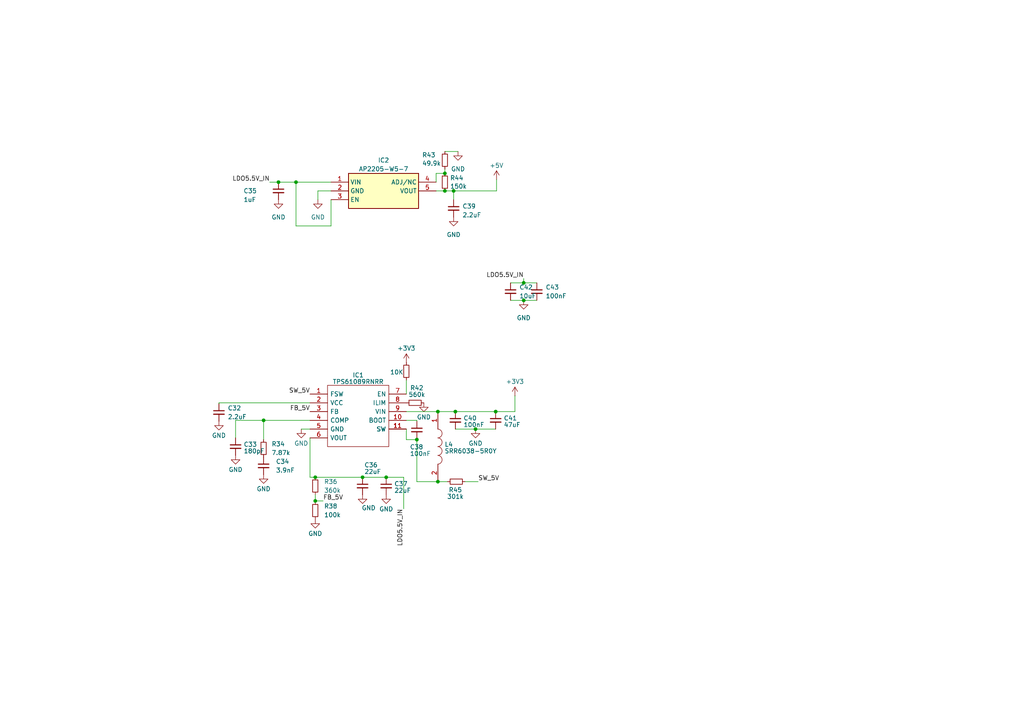
<source format=kicad_sch>
(kicad_sch (version 20250114) (generator "eeschema") (generator_version "9.0")
  (paper "A4")
  (lib_symbols
    (symbol "Device:C_Small" (pin_numbers (hide yes)) (pin_names (offset 0.254) (hide yes))
      (property "Reference" "C" (at 0.254 1.778 0))
      (property "Value" "C_Small" (at 0.254 -2.032 0))
      (symbol "C_Small_0_1"
        (polyline (pts (xy -1.524 0.508) (xy 1.524 0.508)) (stroke (width 0.3048)))
        (polyline (pts (xy -1.524 -0.508) (xy 1.524 -0.508)) (stroke (width 0.3302)))
      )
      (symbol "C_Small_1_1"
        (pin passive line (at 0 2.54 270) (length 2.032) (name "~") (number "1"))
        (pin passive line (at 0 -2.54 90) (length 2.032) (name "~") (number "2"))
      )
    )
    (symbol "Device:R_Small" (pin_numbers (hide yes)) (pin_names (offset 0.254) (hide yes))
      (property "Reference" "R" (at 0.762 0.508 0))
      (property "Value" "R_Small" (at 0.762 -1.016 0))
      (symbol "R_Small_0_1"
        (rectangle (start -0.762 1.778) (end 0.762 -1.778) (stroke (width 0.2032)))
      )
      (symbol "R_Small_1_1"
        (pin passive line (at 0 2.54 270) (length 0.762) (name "~") (number "1"))
        (pin passive line (at 0 -2.54 90) (length 0.762) (name "~") (number "2"))
      )
    )
    (symbol "GND_1" (power) (pin_names (offset 0))
      (property "Value" "GND_1" (at 0 -3.81 0))
      (symbol "GND_1_0_1"
        (polyline (pts (xy 0 0) (xy 0 -1.27) (xy 1.27 -1.27) (xy 0 -2.54) (xy -1.27 -1.27) (xy 0 -1.27)))
      )
      (symbol "GND_1_1_1"
        (pin power_in line (at 0 0 270) (length 0) (hide yes) (name "GND") (number "1"))
      )
    )
    (symbol "GND_2" (power) (pin_names (offset 0))
      (property "Value" "GND_2" (at 0 -3.81 0))
      (symbol "GND_2_0_1"
        (polyline (pts (xy 0 0) (xy 0 -1.27) (xy 1.27 -1.27) (xy 0 -2.54) (xy -1.27 -1.27) (xy 0 -1.27)))
      )
      (symbol "GND_2_1_1"
        (pin power_in line (at 0 0 270) (length 0) (hide yes) (name "GND") (number "1"))
      )
    )
    (symbol "GND_3" (power) (pin_names (offset 0))
      (property "Value" "GND_3" (at 0 -3.81 0))
      (symbol "GND_3_0_1"
        (polyline (pts (xy 0 0) (xy 0 -1.27) (xy 1.27 -1.27) (xy 0 -2.54) (xy -1.27 -1.27) (xy 0 -1.27)))
      )
      (symbol "GND_3_1_1"
        (pin power_in line (at 0 0 270) (length 0) (hide yes) (name "GND") (number "1"))
      )
    )
    (symbol "GND_4" (power) (pin_names (offset 0))
      (property "Value" "GND_4" (at 0 -3.81 0))
      (symbol "GND_4_0_1"
        (polyline (pts (xy 0 0) (xy 0 -1.27) (xy 1.27 -1.27) (xy 0 -2.54) (xy -1.27 -1.27) (xy 0 -1.27)))
      )
      (symbol "GND_4_1_1"
        (pin power_in line (at 0 0 270) (length 0) (hide yes) (name "GND") (number "1"))
      )
    )
    (symbol "GND_6" (power) (pin_names (offset 0))
      (property "Value" "GND_6" (at 0 -3.81 0))
      (symbol "GND_6_0_1"
        (polyline (pts (xy 0 0) (xy 0 -1.27) (xy 1.27 -1.27) (xy 0 -2.54) (xy -1.27 -1.27) (xy 0 -1.27)))
      )
      (symbol "GND_6_1_1"
        (pin power_in line (at 0 0 270) (length 0) (hide yes) (name "GND") (number "1"))
      )
    )
    (symbol "iclr:AP2205-W5-7"
      (property "Reference" "IC" (at 26.67 7.62 0))
      (property "Value" "AP2205-W5-7" (at 26.67 5.08 0))
      (symbol "AP2205-W5-7_1_1"
        (rectangle (start 5.08 2.54) (end 25.4 -7.62) (stroke (width 0.254)) (fill (type background)))
        (pin passive line (at 0 0 0) (length 5.08) (name "VIN") (number "1"))
        (pin passive line (at 0 -2.54 0) (length 5.08) (name "GND") (number "2"))
        (pin passive line (at 0 -5.08 0) (length 5.08) (name "EN") (number "3"))
        (pin passive line (at 30.48 0 180) (length 5.08) (name "ADJ/NC") (number "4"))
        (pin passive line (at 30.48 -2.54 180) (length 5.08) (name "VOUT") (number "5"))
      )
    )
    (symbol "iclr:SRR6038-5R0Y" (pin_names (offset 0.762))
      (property "Reference" "L" (at 16.51 6.35 0))
      (property "Value" "SRR6038-5R0Y" (at 16.51 3.81 0))
      (symbol "SRR6038-5R0Y_0_0"
        (pin passive line (at 0 0 0) (length 5.08) (name "~") (number "1"))
        (pin passive line (at 20.32 0 180) (length 5.08) (name "~") (number "2"))
      )
      (symbol "SRR6038-5R0Y_0_1"
        (arc (start 5.08 0) (mid 6.35 1.2202) (end 7.62 0) (stroke (width 0.1524)))
        (arc (start 7.62 0) (mid 8.89 1.2202) (end 10.16 0) (stroke (width 0.1524)))
        (arc (start 10.16 0) (mid 11.43 1.2202) (end 12.7 0) (stroke (width 0.1524)))
        (arc (start 12.7 0) (mid 13.97 1.2202) (end 15.24 0) (stroke (width 0.1524)))
      )
    )
    (symbol "iclr:TPS61089RNRR" (pin_names (offset 0.762))
      (property "Reference" "IC" (at 24.13 7.62 0))
      (property "Value" "TPS61089RNRR" (at 24.13 5.08 0))
      (symbol "TPS61089RNRR_0_0"
        (pin passive line (at 0 0 0) (length 5.08) (name "FSW") (number "1"))
        (pin passive line (at 0 -2.54 0) (length 5.08) (name "VCC") (number "2"))
        (pin passive line (at 0 -5.08 0) (length 5.08) (name "FB") (number "3"))
        (pin passive line (at 0 -7.62 0) (length 5.08) (name "COMP") (number "4"))
        (pin passive line (at 0 -10.16 0) (length 5.08) (name "GND") (number "5"))
        (pin passive line (at 0 -12.7 0) (length 5.08) (name "VOUT") (number "6"))
        (pin passive line (at 27.94 0 180) (length 5.08) (name "EN") (number "7"))
        (pin passive line (at 27.94 -2.54 180) (length 5.08) (name "ILIM") (number "8"))
        (pin passive line (at 27.94 -5.08 180) (length 5.08) (name "VIN") (number "9"))
        (pin passive line (at 27.94 -7.62 180) (length 5.08) (name "BOOT") (number "10"))
        (pin passive line (at 27.94 -10.16 180) (length 5.08) (name "SW") (number "11"))
        (pin passive line (at 27.94 -10.16 180) (length 5.08) (name "SW") (number "11"))
      )
      (symbol "TPS61089RNRR_0_1"
        (polyline (pts (xy 5.08 2.54) (xy 22.86 2.54) (xy 22.86 -15.24) (xy 5.08 -15.24) (xy 5.08 2.54)) (stroke (width 0.1524)))
      )
    )
    (symbol "power:+3V3" (power) (pin_numbers (hide yes)) (pin_names (offset 0) (hide yes))
      (property "Value" "+3V3" (at 0 3.556 0))
      (symbol "+3V3_0_1"
        (polyline (pts (xy -0.762 1.27) (xy 0 2.54)))
        (polyline (pts (xy 0 2.54) (xy 0.762 1.27)))
        (polyline (pts (xy 0 0) (xy 0 2.54)))
      )
      (symbol "+3V3_1_1"
        (pin power_in line (at 0 0 90) (length 0) (name "~") (number "1"))
      )
    )
    (symbol "power:+5V" (power) (pin_names (offset 0))
      (property "Value" "+5V" (at 0 3.556 0))
      (symbol "+5V_0_1"
        (polyline (pts (xy -0.762 1.27) (xy 0 2.54)))
        (polyline (pts (xy 0 2.54) (xy 0.762 1.27)))
        (polyline (pts (xy 0 0) (xy 0 2.54)))
      )
      (symbol "+5V_1_1"
        (pin power_in line (at 0 0 90) (length 0) (hide yes) (name "+5V") (number "1"))
      )
    )
    (symbol "power:GND" (power) (pin_names (offset 0))
      (property "Value" "GND" (at 0 -3.81 0))
      (symbol "GND_0_1"
        (polyline (pts (xy 0 0) (xy 0 -1.27) (xy 1.27 -1.27) (xy 0 -2.54) (xy -1.27 -1.27) (xy 0 -1.27)))
      )
      (symbol "GND_1_1"
        (pin power_in line (at 0 0 270) (length 0) (hide yes) (name "GND") (number "1"))
      )
    )
  )
  (junction (at 105.156 138.43))
  (junction (at 129.032 55.372))
  (junction (at 120.904 127.508))
  (junction (at 151.892 87.122))
  (junction (at 112.014 138.43))
  (junction (at 151.892 82.042))
  (junction (at 91.44 138.43))
  (junction (at 76.454 121.92))
  (junction (at 129.032 50.292))
  (junction (at 131.572 55.372))
  (junction (at 143.764 119.38))
  (junction (at 85.852 52.832))
  (junction (at 137.922 124.46))
  (junction (at 127 119.38))
  (junction (at 80.772 52.832))
  (junction (at 127 139.7))
  (junction (at 132.08 119.38))
  (junction (at 91.44 145.288))
  (wire (pts (xy 92.202 55.372) (xy 92.202 57.912)))
  (wire (pts (xy 132.08 124.46) (xy 137.922 124.46)))
  (wire (pts (xy 137.922 124.46) (xy 143.764 124.46)))
  (wire (pts (xy 120.904 121.92) (xy 120.904 122.174)))
  (wire (pts (xy 89.916 127) (xy 89.916 138.43)))
  (wire (pts (xy 96.012 65.532) (xy 96.012 57.912)))
  (wire (pts (xy 151.892 80.772) (xy 151.892 82.042)))
  (wire (pts (xy 68.326 121.92) (xy 68.326 127)))
  (wire (pts (xy 117.856 121.92) (xy 120.904 121.92)))
  (wire (pts (xy 91.44 145.288) (xy 93.726 145.288)))
  (wire (pts (xy 134.874 139.7) (xy 138.684 139.7)))
  (wire (pts (xy 149.352 114.808) (xy 149.352 119.38)))
  (wire (pts (xy 117.856 119.38) (xy 127 119.38)))
  (wire (pts (xy 127 139.7) (xy 129.794 139.7)))
  (wire (pts (xy 144.018 52.07) (xy 144.018 55.372)))
  (wire (pts (xy 63.5 116.84) (xy 89.916 116.84)))
  (wire (pts (xy 126.492 50.292) (xy 126.492 52.832)))
  (wire (pts (xy 126.492 50.292) (xy 129.032 50.292)))
  (wire (pts (xy 148.082 87.122) (xy 151.892 87.122)))
  (wire (pts (xy 120.904 127.254) (xy 120.904 127.508)))
  (wire (pts (xy 85.852 65.532) (xy 96.012 65.532)))
  (wire (pts (xy 91.44 143.51) (xy 91.44 145.288)))
  (wire (pts (xy 85.852 52.832) (xy 85.852 65.532)))
  (wire (pts (xy 68.326 121.92) (xy 76.454 121.92)))
  (wire (pts (xy 129.032 43.942) (xy 132.842 43.942)))
  (wire (pts (xy 117.856 110.236) (xy 117.856 114.3)))
  (wire (pts (xy 89.916 138.43) (xy 91.44 138.43)))
  (wire (pts (xy 80.772 52.832) (xy 85.852 52.832)))
  (wire (pts (xy 120.904 139.7) (xy 120.904 127.508)))
  (wire (pts (xy 151.892 82.042) (xy 155.702 82.042)))
  (wire (pts (xy 91.44 138.43) (xy 105.156 138.43)))
  (wire (pts (xy 112.014 138.43) (xy 117.094 138.43)))
  (wire (pts (xy 78.232 52.832) (xy 80.772 52.832)))
  (wire (pts (xy 148.082 82.042) (xy 151.892 82.042)))
  (wire (pts (xy 131.572 55.372) (xy 144.018 55.372)))
  (wire (pts (xy 151.892 87.122) (xy 155.702 87.122)))
  (wire (pts (xy 127 119.38) (xy 132.08 119.38)))
  (wire (pts (xy 117.856 124.46) (xy 117.856 127.508)))
  (wire (pts (xy 91.44 145.288) (xy 91.44 145.542)))
  (wire (pts (xy 132.08 119.38) (xy 143.764 119.38)))
  (wire (pts (xy 129.032 55.372) (xy 126.492 55.372)))
  (wire (pts (xy 117.094 138.43) (xy 117.094 147.574)))
  (wire (pts (xy 131.572 57.912) (xy 131.572 55.372)))
  (wire (pts (xy 96.012 55.372) (xy 92.202 55.372)))
  (wire (pts (xy 105.156 138.43) (xy 112.014 138.43)))
  (wire (pts (xy 87.376 124.46) (xy 89.916 124.46)))
  (wire (pts (xy 76.454 121.92) (xy 76.454 127.508)))
  (wire (pts (xy 117.856 127.508) (xy 120.904 127.508)))
  (wire (pts (xy 127 139.7) (xy 120.904 139.7)))
  (wire (pts (xy 129.032 49.022) (xy 129.032 50.292)))
  (wire (pts (xy 76.454 121.92) (xy 89.916 121.92)))
  (wire (pts (xy 63.5 116.84) (xy 63.5 117.094)))
  (wire (pts (xy 131.572 55.372) (xy 129.032 55.372)))
  (wire (pts (xy 85.852 52.832) (xy 96.012 52.832)))
  (wire (pts (xy 149.352 119.38) (xy 143.764 119.38)))
  (label "SW_5V" (at 89.916 114.3 180))
  (label "LDO5.5V_IN" (at 78.232 52.832 180))
  (label "LDO5.5V_IN" (at 117.094 147.574 270))
  (label "LDO5.5V_IN" (at 151.892 80.772 180))
  (label "SW_5V" (at 138.684 139.7 0))
  (label "FB_5V" (at 89.916 119.38 180))
  (label "FB_5V" (at 93.726 145.288 0))
  (symbol (lib_name "GND_4") (lib_id "power:GND") (at 91.44 150.622 0) (unit 1)
    (property "Reference" "#PWR075" (effects (hide yes)))
    (property "Value" "GND" (at 91.44 154.7575 0))
  )
  (symbol (lib_name "GND_4") (lib_id "power:GND") (at 76.454 137.668 0) (unit 1)
    (property "Reference" "#PWR072" (effects (hide yes)))
    (property "Value" "GND" (at 76.454 141.8035 0))
  )
  (symbol (lib_id "Device:R_Small") (at 91.44 148.082 180) (unit 1)
    (property "Reference" "R38" (at 93.98 146.812 0) (effects (justify right)))
    (property "Value" "100k" (at 93.98 149.352 0) (effects (justify right)))
    (property "Footprint" "Resistor_SMD:R_0402_1005Metric" (effects (hide yes)))
  )
  (symbol (lib_name "GND_4") (lib_id "power:GND") (at 122.936 116.84 0) (unit 1)
    (property "Reference" "#PWR080" (effects (hide yes)))
    (property "Value" "GND" (at 122.936 120.9755 0))
  )
  (symbol (lib_id "power:+5V") (at 144.018 52.07 0) (unit 1)
    (property "Reference" "#PWR084" (effects (hide yes)))
    (property "Value" "+5V" (at 144.018 48.006 0))
  )
  (symbol (lib_id "Device:C_Small") (at 143.764 121.92 0) (unit 1)
    (property "Reference" "C41" (at 146.0881 121.2826 0) (effects (justify left)))
    (property "Value" "47uF" (at 146.0881 123.2036 0) (effects (justify left)))
    (property "Footprint" "Capacitor_SMD:C_1206_3216Metric" (effects (hide yes)))
  )
  (symbol (lib_id "Device:R_Small") (at 117.856 107.696 180) (unit 1)
    (property "Reference" "R40" (effects (hide yes)))
    (property "Value" "10K" (at 115.062 107.95 0))
    (property "Footprint" "Resistor_SMD:R_0402_1005Metric" (effects (hide yes)))
  )
  (symbol (lib_id "Device:R_Small") (at 120.396 116.84 270) (unit 1)
    (property "Reference" "R42" (at 120.904 112.522 90))
    (property "Value" "560k" (at 120.904 114.443 90))
    (property "Footprint" "Resistor_SMD:R_0402_1005Metric" (effects (hide yes)))
  )
  (symbol (lib_id "Device:C_Small") (at 112.014 140.97 0) (unit 1)
    (property "Reference" "C37" (at 114.3381 140.3326 0) (effects (justify left)))
    (property "Value" "22uF" (at 114.3381 142.2536 0) (effects (justify left)))
    (property "Footprint" "Capacitor_SMD:C_0805_2012Metric" (effects (hide yes)))
  )
  (symbol (lib_id "Device:C_Small") (at 63.5 119.634 0) (unit 1)
    (property "Reference" "C32" (at 66.04 118.3703 0) (effects (justify left)))
    (property "Value" "2.2uF" (at 66.04 120.9103 0) (effects (justify left)))
    (property "Footprint" "Capacitor_SMD:C_0603_1608Metric" (effects (hide yes)))
  )
  (symbol (lib_id "Device:C_Small") (at 148.082 84.582 0) (unit 1)
    (property "Reference" "C42" (at 150.622 83.3182 0) (effects (justify left)))
    (property "Value" "10uF" (at 150.622 85.8582 0) (effects (justify left)))
    (property "Footprint" "Capacitor_SMD:C_0603_1608Metric" (effects (hide yes)))
    (property "MPN" "TMK107BBJ106MA-T" (effects (hide yes)))
  )
  (symbol (lib_id "Device:C_Small") (at 68.326 129.54 0) (unit 1)
    (property "Reference" "C33" (at 70.6501 128.9026 0) (effects (justify left)))
    (property "Value" "180pF" (at 70.6501 130.8236 0) (effects (justify left)))
    (property "Footprint" "Capacitor_SMD:C_0402_1005Metric" (effects (hide yes)))
  )
  (symbol (lib_id "iclr:SRR6038-5R0Y") (at 127 119.38 270) (unit 1)
    (property "Reference" "L4" (at 128.9314 128.8963 90) (effects (justify left)))
    (property "Value" "SRR6038-5R0Y" (at 128.9314 130.8173 90) (effects (justify left)))
    (property "Footprint" "iclr:IND_SRP6540-390M" (effects (hide yes)))
    (property "Datasheet" "http://www.bourns.com/docs/Product-Datasheets/SRR6038.pdf" (effects (hide yes)))
    (property "Description" "BOURNS - SRR6038-5R0Y - INDUCTOR, SHIELDED, 5UH, 2.95A, SMD, FULL REEL" (effects (hide yes)))
    (property "Manufacturer_Name" "Bourns" (effects (hide yes)))
    (property "Manufacturer_Part_Number" "SRR6038-5R0Y" (effects (hide yes)))
    (property "Mouser Part Number" "652-SRR6038-5R0Y" (effects (hide yes)))
    (property "Mouser Price/Stock" "https://www.mouser.co.uk/ProductDetail/Bourns/SRR6038-5R0Y?qs=s%252BX%2FYkvGCpEfKc4OEBpucw%3D%3D" (effects (hide yes)))
    (property "Arrow Part Number" "SRR6038-5R0Y" (effects (hide yes)))
    (property "Arrow Price/Stock" "https://www.arrow.com/en/products/srr6038-5r0y/bourns?region=nac" (effects (hide yes)))
  )
  (symbol (lib_id "iclr:AP2205-W5-7") (at 96.012 52.832 0) (unit 1)
    (property "Reference" "IC2" (at 111.252 46.482 0))
    (property "Value" "AP2205-W5-7" (at 111.252 49.022 0))
    (property "Footprint" "iclr:SOT95P282X145-5N" (effects (hide yes)))
    (property "Datasheet" "https://datasheet.datasheetarchive.com/originals/distributors/Datasheets_SAMA/49896ab3db029f5df263d3a8b036e85b.pdf" (effects (hide yes)))
    (property "Height" "1.45" (effects (hide yes)))
    (property "Mouser Part Number" "621-AP2205-W5-7" (effects (hide yes)))
    (property "Mouser Price/Stock" "https://www.mouser.co.uk/ProductDetail/Diodes-Incorporated/AP2205-W5-7?qs=EBDBlbfErPxiadLvD5FZyQ%3D%3D" (effects (hide yes)))
    (property "Manufacturer_Name" "Diodes Inc." (effects (hide yes)))
    (property "Manufacturer_Part_Number" "AP2205-W5-7" (effects (hide yes)))
  )
  (symbol (lib_name "GND_4") (lib_id "power:GND") (at 137.922 124.46 0) (unit 1)
    (property "Reference" "#PWR083" (effects (hide yes)))
    (property "Value" "GND" (at 137.922 128.5955 0))
  )
  (symbol (lib_id "Device:R_Small") (at 129.032 52.832 0) (unit 1)
    (property "Reference" "R44" (at 130.5306 51.6198 0) (effects (justify left)))
    (property "Value" "150k" (at 130.5306 54.0441 0) (effects (justify left)))
    (property "Footprint" "Resistor_SMD:R_0603_1608Metric" (effects (hide yes)))
  )
  (symbol (lib_id "Device:C_Small") (at 76.454 135.128 0) (unit 1)
    (property "Reference" "C34" (at 80.01 133.8643 0) (effects (justify left)))
    (property "Value" "3.9nF" (at 80.01 136.4043 0) (effects (justify left)))
    (property "Footprint" "Capacitor_SMD:C_0402_1005Metric" (effects (hide yes)))
  )
  (symbol (lib_name "GND_4") (lib_id "power:GND") (at 68.326 132.08 0) (unit 1)
    (property "Reference" "#PWR071" (effects (hide yes)))
    (property "Value" "GND" (at 68.326 136.2155 0))
  )
  (symbol (lib_id "Device:C_Small") (at 132.08 121.92 0) (unit 1)
    (property "Reference" "C40" (at 134.4041 121.2826 0) (effects (justify left)))
    (property "Value" "100nF" (at 134.4041 123.2036 0) (effects (justify left)))
    (property "Footprint" "Capacitor_SMD:C_0402_1005Metric" (effects (hide yes)))
  )
  (symbol (lib_id "Device:C_Small") (at 131.572 60.452 0) (unit 1)
    (property "Reference" "C39" (at 134.112 59.8233 0) (effects (justify left)))
    (property "Value" "2.2uF" (at 134.112 62.3633 0) (effects (justify left)))
    (property "Footprint" "Capacitor_SMD:C_0402_1005Metric" (effects (hide yes)))
    (property "MPN" " GRM155R61E225ME15D" (effects (hide yes)))
  )
  (symbol (lib_name "GND_4") (lib_id "power:GND") (at 87.376 124.46 0) (unit 1)
    (property "Reference" "#PWR074" (effects (hide yes)))
    (property "Value" "GND" (at 87.376 128.5955 0))
  )
  (symbol (lib_id "Device:C_Small") (at 155.702 84.582 0) (unit 1)
    (property "Reference" "C43" (at 158.242 83.3182 0) (effects (justify left)))
    (property "Value" "100nF" (at 158.242 85.8582 0) (effects (justify left)))
    (property "Footprint" "Capacitor_SMD:C_0402_1005Metric" (effects (hide yes)))
    (property "MPN" "C1005X5R1E104KT000E" (effects (hide yes)))
  )
  (symbol (lib_id "Device:R_Small") (at 129.032 46.482 0) (unit 1)
    (property "Reference" "R43" (at 122.428 44.958 0) (effects (justify left)))
    (property "Value" "49.9k" (at 122.428 47.3823 0) (effects (justify left)))
    (property "Footprint" "Resistor_SMD:R_0402_1005Metric" (effects (hide yes)))
  )
  (symbol (lib_name "GND_2") (lib_id "power:GND") (at 131.572 62.992 0) (unit 1)
    (property "Reference" "#PWR081" (effects (hide yes)))
    (property "Value" "GND" (at 131.572 68.072 0))
  )
  (symbol (lib_id "Device:R_Small") (at 76.454 130.048 0) (unit 1)
    (property "Reference" "R34" (at 78.74 128.778 0) (effects (justify left)))
    (property "Value" "7.87k" (at 78.74 131.318 0) (effects (justify left)))
    (property "Footprint" "Resistor_SMD:R_0402_1005Metric" (effects (hide yes)))
  )
  (symbol (lib_name "GND_4") (lib_id "power:GND") (at 112.014 143.51 0) (unit 1)
    (property "Reference" "#PWR078" (effects (hide yes)))
    (property "Value" "GND" (at 112.014 147.6455 0))
  )
  (symbol (lib_id "iclr:TPS61089RNRR") (at 89.916 114.3 0) (unit 1)
    (property "Reference" "IC1" (at 103.886 108.8009 0))
    (property "Value" "TPS61089RNRR" (at 103.886 110.7219 0))
    (property "Footprint" "iclr:IC_TPS61089RNRR" (effects (hide yes)))
    (property "Datasheet" "http://www.ti.com/lit/gpn/tps61089" (effects (hide yes)))
    (property "Description" "12.6-V, 7-A Fully-Integrated Synchronous Boost Converters in 2.0-mm x 2.5-mm VQFN Package" (effects (hide yes)))
    (property "Manufacturer_Name" "Texas Instruments" (effects (hide yes)))
    (property "Manufacturer_Part_Number" "TPS61089RNRR" (effects (hide yes)))
    (property "Mouser Part Number" "595-TPS61089RNRR" (effects (hide yes)))
    (property "Mouser Price/Stock" "https://www.mouser.co.uk/ProductDetail/Texas-Instruments/TPS61089RNRR?qs=G55MHhPmvtI%2Ft%2FkJeUeP3Q%3D%3D" (effects (hide yes)))
    (property "Arrow Part Number" "TPS61089RNRR" (effects (hide yes)))
    (property "Arrow Price/Stock" "https://www.arrow.com/en/products/tps61089rnrr/texas-instruments?region=nac" (effects (hide yes)))
  )
  (symbol (lib_name "GND_1") (lib_id "power:GND") (at 132.842 43.942 0) (unit 1)
    (property "Reference" "#PWR082" (effects (hide yes)))
    (property "Value" "GND" (at 132.842 49.022 0))
  )
  (symbol (lib_id "Device:C_Small") (at 105.156 140.97 0) (unit 1)
    (property "Reference" "C36" (at 105.664 134.874 0) (effects (justify left)))
    (property "Value" "22uF" (at 105.664 136.795 0) (effects (justify left)))
    (property "Footprint" "Capacitor_SMD:C_0805_2012Metric" (effects (hide yes)))
  )
  (symbol (lib_name "GND_3") (lib_id "power:GND") (at 80.772 57.912 0) (unit 1)
    (property "Reference" "#PWR073" (effects (hide yes)))
    (property "Value" "GND" (at 80.772 62.992 0))
  )
  (symbol (lib_id "power:+3V3") (at 149.352 114.808 0) (unit 1)
    (property "Reference" "#PWR085" (effects (hide yes)))
    (property "Value" "+3V3" (at 149.352 110.6749 0))
    (property "Description" "Power symbol creates a global label with name \"+3V3\"" (effects (hide yes)))
  )
  (symbol (lib_name "GND_4") (lib_id "power:GND") (at 105.156 143.51 0) (unit 1)
    (property "Reference" "#PWR077" (effects (hide yes)))
    (property "Value" "GND" (at 106.934 147.32 0))
  )
  (symbol (lib_id "Device:R_Small") (at 132.334 139.7 270) (unit 1)
    (property "Reference" "R45" (at 132.08 142.097 90))
    (property "Value" "301k" (at 132.08 144.018 90))
    (property "Footprint" "Resistor_SMD:R_0402_1005Metric" (effects (hide yes)))
  )
  (symbol (lib_id "power:+3V3") (at 117.856 105.156 0) (unit 1)
    (property "Reference" "#PWR079" (effects (hide yes)))
    (property "Value" "+3V3" (at 117.856 101.0229 0))
    (property "Description" "Power symbol creates a global label with name \"+3V3\"" (effects (hide yes)))
  )
  (symbol (lib_id "power:GND") (at 151.892 87.122 0) (unit 1)
    (property "Reference" "#PWR086" (effects (hide yes)))
    (property "Value" "GND" (at 151.892 92.202 0))
  )
  (symbol (lib_id "Device:R_Small") (at 91.44 140.97 180) (unit 1)
    (property "Reference" "R36" (at 93.98 139.7 0) (effects (justify right)))
    (property "Value" "360k" (at 93.98 142.24 0) (effects (justify right)))
    (property "Footprint" "Resistor_SMD:R_0402_1005Metric" (effects (hide yes)))
  )
  (symbol (lib_id "Device:C_Small") (at 120.904 124.714 0) (unit 1)
    (property "Reference" "C38" (at 118.872 129.651 0) (effects (justify left)))
    (property "Value" "100nF" (at 118.872 131.572 0) (effects (justify left)))
    (property "Footprint" "Capacitor_SMD:C_0402_1005Metric" (effects (hide yes)))
  )
  (symbol (lib_name "GND_4") (lib_id "power:GND") (at 63.5 122.174 0) (unit 1)
    (property "Reference" "#PWR070" (effects (hide yes)))
    (property "Value" "GND" (at 63.5 126.3095 0))
  )
  (symbol (lib_name "GND_6") (lib_id "power:GND") (at 92.202 57.912 0) (unit 1)
    (property "Reference" "#PWR076" (effects (hide yes)))
    (property "Value" "GND" (at 92.202 62.992 0))
  )
  (symbol (lib_id "Device:C_Small") (at 80.772 55.372 0) (unit 1)
    (property "Reference" "C35" (at 70.612 55.372 0) (effects (justify left)))
    (property "Value" "1uF" (at 70.612 57.912 0) (effects (justify left)))
    (property "Footprint" "Capacitor_SMD:C_0402_1005Metric" (effects (hide yes)))
    (property "MPN" "CL05X105KA5NQNC" (effects (hide yes)))
  )
)
</source>
